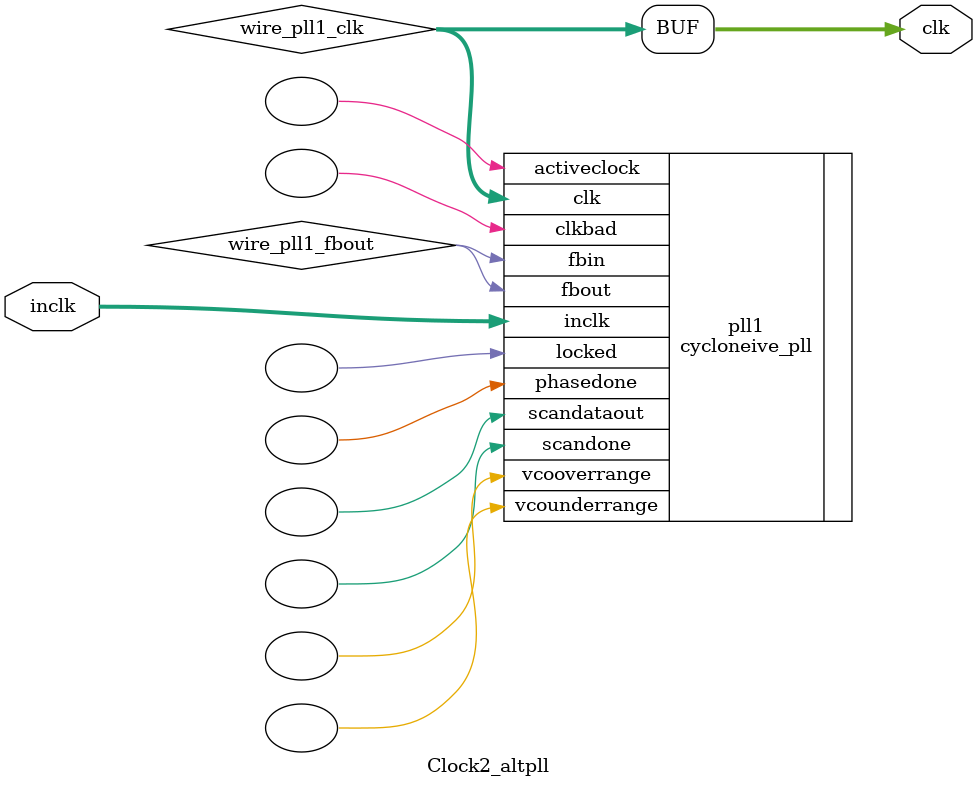
<source format=v>






//synthesis_resources = cycloneive_pll 1 
//synopsys translate_off
`timescale 1 ps / 1 ps
//synopsys translate_on
module  Clock2_altpll
	( 
	clk,
	inclk) /* synthesis synthesis_clearbox=1 */;
	output   [4:0]  clk;
	input   [1:0]  inclk;
`ifndef ALTERA_RESERVED_QIS
// synopsys translate_off
`endif
	tri0   [1:0]  inclk;
`ifndef ALTERA_RESERVED_QIS
// synopsys translate_on
`endif

	wire  [4:0]   wire_pll1_clk;
	wire  wire_pll1_fbout;

	cycloneive_pll   pll1
	( 
	.activeclock(),
	.clk(wire_pll1_clk),
	.clkbad(),
	.fbin(wire_pll1_fbout),
	.fbout(wire_pll1_fbout),
	.inclk(inclk),
	.locked(),
	.phasedone(),
	.scandataout(),
	.scandone(),
	.vcooverrange(),
	.vcounderrange()
	`ifndef FORMAL_VERIFICATION
	// synopsys translate_off
	`endif
	,
	.areset(1'b0),
	.clkswitch(1'b0),
	.configupdate(1'b0),
	.pfdena(1'b1),
	.phasecounterselect({3{1'b0}}),
	.phasestep(1'b0),
	.phaseupdown(1'b0),
	.scanclk(1'b0),
	.scanclkena(1'b1),
	.scandata(1'b0)
	`ifndef FORMAL_VERIFICATION
	// synopsys translate_on
	`endif
	);
	defparam
		pll1.bandwidth_type = "auto",
		pll1.clk0_divide_by = 125,
		pll1.clk0_duty_cycle = 50,
		pll1.clk0_multiply_by = 1,
		pll1.clk0_phase_shift = "0",
		pll1.compensate_clock = "clk0",
		pll1.inclk0_input_frequency = 20000,
		pll1.operation_mode = "normal",
		pll1.pll_type = "auto",
		pll1.lpm_type = "cycloneive_pll";
	assign
		clk = {wire_pll1_clk[4:0]};
endmodule //Clock2_altpll
//VALID FILE

</source>
